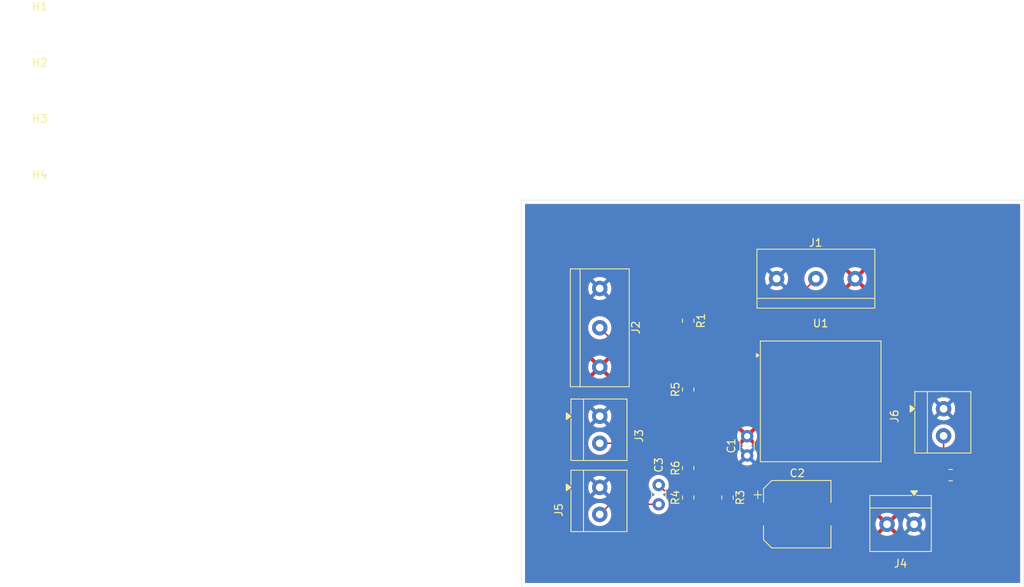
<source format=kicad_pcb>
(kicad_pcb (version 20241229) (generator "pcbnew") (generator_version "9.0")
  (layers (0 "F.Cu" signal) (2 "B.Cu" signal) (13 "F.Paste" user) (15 "B.Paste" user) (5 "F.SilkS" user "F.Silkscreen") (7 "B.SilkS" user "B.Silkscreen") (1 "F.Mask" user) (3 "B.Mask" user) (25 "Edge.Cuts" user))
  (net 0 "")
  (net 1 "GND")
  (net 2 "+5V")
  (net 3 "Net-(C3-Pad2)")
  (net 4 "Net-(J5-Pin_2)")
  (net 5 "Net-(J1-Pin_2)")
  (net 6 "/GPIO26")
  (net 7 "/GPIO27")
  (net 8 "Net-(J6-Pin_2)")
  (net 9 "/GPIO25")
  (net 10 "+3.3V")
  (net 11 "/GPIO33")
  (net 34 "/GPIO233")
  (footprint "ESP32_Custom_Footprints:MountingHole_3.2mm_M3_ISO7380" (layer "F.Cu") (at 33.02 47.52)
    (property "Reference" "H4" (at 0 -3.8 0) (layer "F.SilkS"))
    (property "Value" "MountingHole")
    (pad "" np_thru_hole circle (at 0 0) (size 3.2 3.2) (drill 3.2) (layers "*.Cu" "*.Mask"))
  )
  (footprint "Capacitor_SMD:CP_Elec_8x10.5" (layer "F.Cu") (at 130.94 87.6)
    (property "Reference" "C2" (at 0 -5.3 0) (layer "F.SilkS"))
    (property "Value" "1000µF C_Polarized")
    (fp_line (start -5.6 -2.51) (end -4.6 -2.51) (stroke (width 0.12)) (layer "F.SilkS"))
    (fp_line (start -5.1 -3.01) (end -5.1 -2.01) (stroke (width 0.12)) (layer "F.SilkS"))
    (fp_line (start -4.36 -3.295563) (end -4.36 -1.51) (stroke (width 0.12)) (layer "F.SilkS"))
    (fp_line (start -4.36 -3.295563) (end -3.295563 -4.36) (stroke (width 0.12)) (layer "F.SilkS"))
    (fp_line (start -4.36 3.295563) (end -4.36 1.51) (stroke (width 0.12)) (layer "F.SilkS"))
    (fp_line (start -4.36 3.295563) (end -3.295563 4.36) (stroke (width 0.12)) (layer "F.SilkS"))
    (fp_line (start -3.295563 -4.36) (end 4.36 -4.36) (stroke (width 0.12)) (layer "F.SilkS"))
    (fp_line (start -3.295563 4.36) (end 4.36 4.36) (stroke (width 0.12)) (layer "F.SilkS"))
    (fp_line (start 4.36 -4.36) (end 4.36 -1.51) (stroke (width 0.12)) (layer "F.SilkS"))
    (fp_line (start 4.36 4.36) (end 4.36 1.51) (stroke (width 0.12)) (layer "F.SilkS"))
    (pad "1" smd roundrect (at -3.7 0) (size 4.4 2.5) (layers "F.Cu" "F.Mask" "F.Paste") (roundrect_rratio 0.1) (net 1 "GND"))
    (pad "2" smd roundrect (at 3.7 0) (size 4.4 2.5) (layers "F.Cu" "F.Mask" "F.Paste") (roundrect_rratio 0.1) (net 2 "+5V"))
  )
  (footprint "ESP32_Custom_Footprints:MountingHole_3.2mm_M3_ISO7380" (layer "F.Cu") (at 33.02 33.02)
    (property "Reference" "H2" (at 0 -3.8 0) (layer "F.SilkS"))
    (property "Value" "MountingHole")
    (pad "" np_thru_hole circle (at 0 0) (size 3.2 3.2) (drill 3.2) (layers "*.Cu" "*.Mask"))
  )
  (footprint "Resistor_SMD:R_0805_2012Metric" (layer "F.Cu") (at 150.7725 82.55)
    (property "Reference" "R2" (hide yes))
    (property "Value" "220Ω")
    (fp_line (start -0.227064 -0.735) (end 0.227064 -0.735) (stroke (width 0.12)) (layer "F.SilkS"))
    (fp_line (start -0.227064 0.735) (end 0.227064 0.735) (stroke (width 0.12)) (layer "F.SilkS"))
    (pad "1" smd roundrect (at -0.9125 0) (size 1.025 1.4) (layers "F.Cu" "F.Mask" "F.Paste") (roundrect_rratio 0.243902) (net 8 "Net-(J6-Pin_2)"))
    (pad "2" smd roundrect (at 0.9125 0) (size 1.025 1.4) (layers "F.Cu" "F.Mask" "F.Paste") (roundrect_rratio 0.243902) (net 2 "+5V"))
  )
  (footprint "TerminalBlock_4Ucon:TerminalBlock_4Ucon_1x02_P3.50mm_Horizontal" (layer "F.Cu") (at 146.05 88.9 180)
    (property "Reference" "J4" (at 1.75 -5.08 0) (layer "F.SilkS"))
    (property "Value" "Power Input Terminal")
    (fp_line (start 5.72 -3.52) (end 5.72 3.72) (stroke (width 0.12)) (layer "F.SilkS"))
    (fp_line (start 0.3 3.72) (end 5.72 3.72) (stroke (width 0.12)) (layer "F.SilkS"))
    (fp_line (start -2.22 3.72) (end -0.3 3.72) (stroke (width 0.12)) (layer "F.SilkS"))
    (fp_line (start -2.22 2.1) (end 5.72 2.1) (stroke (width 0.12)) (layer "F.SilkS"))
    (fp_line (start -2.22 -3.52) (end 5.72 -3.52) (stroke (width 0.12)) (layer "F.SilkS"))
    (fp_line (start -2.22 -3.52) (end -2.22 3.72) (stroke (width 0.12)) (layer "F.SilkS"))
    (fp_poly (pts (xy 0 3.72) (xy 0.44 4.33) (xy -0.44 4.33)) (stroke (width 0.12)) (fill yes) (layer "F.SilkS"))
    (pad "1" thru_hole circle (at 0 0 180) (size 2 2) (drill 1) (layers "*.Cu" "*.Mask") (net 1 "GND"))
    (pad "2" thru_hole circle (at 3.5 0 180) (size 2 2) (drill 1) (layers "*.Cu" "*.Mask") (net 2 "+5V"))
  )
  (footprint "ESP32_Custom_Footprints:C_Disc_D3.0mm_W1.6mm_P2.50mm" (layer "F.Cu") (at 113.03 86.32 90)
    (property "Reference" "C3" (at 5.08 0 90) (layer "F.SilkS"))
    (property "Value" "0.1µF" (hide yes))
    (fp_line (start 0.485 -0.92) (end 2.015 -0.92) (stroke (width 0.12)) (layer "F.SilkS"))
    (fp_line (start 0.485 0.92) (end 2.015 0.92) (stroke (width 0.12)) (layer "F.SilkS"))
    (pad "1" thru_hole circle (at 0 0 90) (size 1.6 1.6) (drill 0.8) (layers "*.Cu" "*.Mask") (net 4 "Net-(J5-Pin_2)"))
    (pad "2" thru_hole circle (at 2.5 0 90) (size 1.6 1.6) (drill 0.8) (layers "*.Cu" "*.Mask") (net 3 "Net-(C3-Pad2)"))
  )
  (footprint "Resistor_SMD:R_0805_2012Metric" (layer "F.Cu") (at 116.84 62.5875 -90)
    (property "Reference" "R1" (at 0 -1.65 90) (layer "F.SilkS"))
    (property "Value" "300Ω")
    (fp_line (start -0.227064 0.735) (end 0.227064 0.735) (stroke (width 0.12)) (layer "F.SilkS"))
    (fp_line (start -0.227064 -0.735) (end 0.227064 -0.735) (stroke (width 0.12)) (layer "F.SilkS"))
    (pad "1" smd roundrect (at -0.9125 0 270) (size 1.025 1.4) (layers "F.Cu" "F.Mask" "F.Paste") (roundrect_rratio 0.243902) (net 5 "Net-(J1-Pin_2)"))
    (pad "2" smd roundrect (at 0.9125 0 270) (size 1.025 1.4) (layers "F.Cu" "F.Mask" "F.Paste") (roundrect_rratio 0.243902) (net 34 "/GPIO233"))
  )
  (footprint "ESP32_Custom_Footprints:TerminalBlock_bornier-3_P5.08mm" (layer "F.Cu") (at 128.27 57.15)
    (property "Reference" "J1" (at 5.05 -4.65 0) (layer "F.SilkS"))
    (property "Value" "RGB_LED Terminal")
    (fp_line (start -2.54 -3.81) (end 12.7 -3.81) (stroke (width 0.12)) (layer "F.SilkS"))
    (fp_line (start -2.54 2.54) (end 12.7 2.54) (stroke (width 0.12)) (layer "F.SilkS"))
    (fp_line (start -2.54 3.81) (end -2.54 -3.81) (stroke (width 0.12)) (layer "F.SilkS"))
    (fp_line (start -2.54 3.81) (end 12.7 3.81) (stroke (width 0.12)) (layer "F.SilkS"))
    (fp_line (start 12.7 3.81) (end 12.7 -3.81) (stroke (width 0.12)) (layer "F.SilkS"))
    (pad "1" thru_hole circle (at 0 0) (size 2 2) (drill 1) (layers "*.Cu" "*.Mask") (net 1 "GND"))
    (pad "2" thru_hole circle (at 5.08 0) (size 2 2) (drill 1) (layers "*.Cu" "*.Mask") (net 5 "Net-(J1-Pin_2)"))
    (pad "3" thru_hole circle (at 10.16 0) (size 2 2) (drill 1) (layers "*.Cu" "*.Mask") (net 2 "+5V"))
  )
  (footprint "RF_Module:ESP32-S2-MINI-1U" (layer "F.Cu") (at 133.97 73.01)
    (property "Reference" "U1" (at 0 -10.09 0) (layer "F.SilkS"))
    (property "Value" "ESP32-S3-MINI-1U")
    (fp_line (start -7.8 -7.8) (end 7.8 -7.8) (stroke (width 0.12)) (layer "F.SilkS"))
    (fp_line (start -7.8 7.8) (end -7.8 -7.8) (stroke (width 0.12)) (layer "F.SilkS"))
    (fp_line (start 7.8 -7.8) (end 7.8 7.8) (stroke (width 0.12)) (layer "F.SilkS"))
    (fp_line (start 7.8 7.8) (end -7.8 7.8) (stroke (width 0.12)) (layer "F.SilkS"))
    (fp_poly (pts (xy -7.975 -5.95) (xy -8.311 -5.71) (xy -8.311 -6.19) (xy -7.975 -5.95)) (stroke (width 0.12)) (fill yes) (layer "F.SilkS"))
    (pad "1" smd rect (at -7 -5.95) (size 0.8 0.4) (layers "F.Cu" "F.Mask" "F.Paste"))
    (pad "2" smd rect (at -7 -5.1) (size 0.8 0.4) (layers "F.Cu" "F.Mask" "F.Paste"))
    (pad "3" smd rect (at -7 -4.25) (size 0.8 0.4) (layers "F.Cu" "F.Mask" "F.Paste"))
    (pad "4" smd rect (at -7 -3.4) (size 0.8 0.4) (layers "F.Cu" "F.Mask" "F.Paste"))
    (pad "5" smd rect (at -7 -2.55) (size 0.8 0.4) (layers "F.Cu" "F.Mask" "F.Paste"))
    (pad "6" smd rect (at -7 -1.7) (size 0.8 0.4) (layers "F.Cu" "F.Mask" "F.Paste"))
    (pad "7" smd rect (at -7 -0.85) (size 0.8 0.4) (layers "F.Cu" "F.Mask" "F.Paste") (net 11 "/GPIO33"))
    (pad "8" smd rect (at -7 0) (size 0.8 0.4) (layers "F.Cu" "F.Mask" "F.Paste") (net 9 "/GPIO25"))
    (pad "9" smd rect (at -7 0.85) (size 0.8 0.4) (layers "F.Cu" "F.Mask" "F.Paste") (net 6 "/GPIO26"))
    (pad "10" smd rect (at -7 1.7) (size 0.8 0.4) (layers "F.Cu" "F.Mask" "F.Paste") (net 7 "/GPIO27"))
    (pad "11" smd rect (at -7 2.55) (size 0.8 0.4) (layers "F.Cu" "F.Mask" "F.Paste"))
    (pad "12" smd rect (at -7 3.4) (size 0.8 0.4) (layers "F.Cu" "F.Mask" "F.Paste"))
    (pad "13" smd rect (at -7 4.25) (size 0.8 0.4) (layers "F.Cu" "F.Mask" "F.Paste"))
    (pad "14" smd rect (at -7 5.1) (size 0.8 0.4) (layers "F.Cu" "F.Mask" "F.Paste") (net 1 "GND"))
    (pad "15" smd rect (at -7 5.95) (size 0.8 0.4) (layers "F.Cu" "F.Mask" "F.Paste") (net 2 "+5V"))
    (pad "16" smd rect (at -5.95 7 90) (size 0.8 0.4) (layers "F.Cu" "F.Mask" "F.Paste"))
    (pad "17" smd rect (at -5.1 7 90) (size 0.8 0.4) (layers "F.Cu" "F.Mask" "F.Paste"))
    (pad "18" smd rect (at -4.25 7 90) (size 0.8 0.4) (layers "F.Cu" "F.Mask" "F.Paste"))
    (pad "19" smd rect (at -3.4 7 90) (size 0.8 0.4) (layers "F.Cu" "F.Mask" "F.Paste"))
    (pad "20" smd rect (at -2.55 7 90) (size 0.8 0.4) (layers "F.Cu" "F.Mask" "F.Paste"))
    (pad "21" smd rect (at -1.7 7 90) (size 0.8 0.4) (layers "F.Cu" "F.Mask" "F.Paste"))
    (pad "22" smd rect (at -0.85 7 90) (size 0.8 0.4) (layers "F.Cu" "F.Mask" "F.Paste"))
    (pad "23" smd rect (at 0 7 90) (size 0.8 0.4) (layers "F.Cu" "F.Mask" "F.Paste"))
    (pad "24" smd rect (at 0.85 7 90) (size 0.8 0.4) (layers "F.Cu" "F.Mask" "F.Paste"))
    (pad "25" smd rect (at 1.7 7 90) (size 0.8 0.4) (layers "F.Cu" "F.Mask" "F.Paste"))
    (pad "26" smd rect (at 2.55 7 90) (size 0.8 0.4) (layers "F.Cu" "F.Mask" "F.Paste"))
    (pad "27" smd rect (at 3.4 7 90) (size 0.8 0.4) (layers "F.Cu" "F.Mask" "F.Paste"))
    (pad "28" smd rect (at 4.25 7 90) (size 0.8 0.4) (layers "F.Cu" "F.Mask" "F.Paste"))
    (pad "29" smd rect (at 5.1 7 90) (size 0.8 0.4) (layers "F.Cu" "F.Mask" "F.Paste") (net 1 "GND"))
    (pad "30" smd rect (at 5.95 7 90) (size 0.8 0.4) (layers "F.Cu" "F.Mask" "F.Paste") (net 10 "+3.3V"))
    (pad "31" smd rect (at 7 5.95) (size 0.8 0.4) (layers "F.Cu" "F.Mask" "F.Paste"))
    (pad "32" smd rect (at 7 5.1) (size 0.8 0.4) (layers "F.Cu" "F.Mask" "F.Paste"))
    (pad "33" smd rect (at 7 4.25) (size 0.8 0.4) (layers "F.Cu" "F.Mask" "F.Paste"))
    (pad "34" smd rect (at 7 3.4) (size 0.8 0.4) (layers "F.Cu" "F.Mask" "F.Paste"))
    (pad "35" smd rect (at 7 2.55) (size 0.8 0.4) (layers "F.Cu" "F.Mask" "F.Paste"))
    (pad "36" smd rect (at 7 1.7) (size 0.8 0.4) (layers "F.Cu" "F.Mask" "F.Paste"))
    (pad "37" smd rect (at 7 0.85) (size 0.8 0.4) (layers "F.Cu" "F.Mask" "F.Paste"))
    (pad "38" smd rect (at 7 0) (size 0.8 0.4) (layers "F.Cu" "F.Mask" "F.Paste"))
    (pad "39" smd rect (at 7 -0.85) (size 0.8 0.4) (layers "F.Cu" "F.Mask" "F.Paste"))
    (pad "40" smd rect (at 7 -1.7) (size 0.8 0.4) (layers "F.Cu" "F.Mask" "F.Paste"))
    (pad "41" smd rect (at 7 -2.55) (size 0.8 0.4) (layers "F.Cu" "F.Mask" "F.Paste"))
    (pad "42" smd rect (at 7 -3.4) (size 0.8 0.4) (layers "F.Cu" "F.Mask" "F.Paste"))
    (pad "43" smd rect (at 7 -4.25) (size 0.8 0.4) (layers "F.Cu" "F.Mask" "F.Paste"))
    (pad "44" smd rect (at 7 -5.1) (size 0.8 0.4) (layers "F.Cu" "F.Mask" "F.Paste"))
    (pad "45" smd rect (at 7 -5.95) (size 0.8 0.4) (layers "F.Cu" "F.Mask" "F.Paste"))
    (pad "46" smd rect (at 5.95 -7 90) (size 0.8 0.4) (layers "F.Cu" "F.Mask" "F.Paste"))
    (pad "47" smd rect (at 5.1 -7 90) (size 0.8 0.4) (layers "F.Cu" "F.Mask" "F.Paste"))
    (pad "48" smd rect (at 4.25 -7 90) (size 0.8 0.4) (layers "F.Cu" "F.Mask" "F.Paste"))
    (pad "49" smd rect (at 3.4 -7 90) (size 0.8 0.4) (layers "F.Cu" "F.Mask" "F.Paste"))
    (pad "50" smd rect (at 2.55 -7 90) (size 0.8 0.4) (layers "F.Cu" "F.Mask" "F.Paste"))
    (pad "51" smd rect (at 1.7 -7 90) (size 0.8 0.4) (layers "F.Cu" "F.Mask" "F.Paste"))
    (pad "52" smd rect (at 0.85 -7 90) (size 0.8 0.4) (layers "F.Cu" "F.Mask" "F.Paste"))
    (pad "53" smd rect (at 0 -7 90) (size 0.8 0.4) (layers "F.Cu" "F.Mask" "F.Paste"))
    (pad "54" smd rect (at -0.85 -7 90) (size 0.8 0.4) (layers "F.Cu" "F.Mask" "F.Paste"))
    (pad "55" smd rect (at -1.7 -7 90) (size 0.8 0.4) (layers "F.Cu" "F.Mask" "F.Paste"))
    (pad "56" smd rect (at -2.55 -7 90) (size 0.8 0.4) (layers "F.Cu" "F.Mask" "F.Paste"))
    (pad "57" smd rect (at -3.4 -7 90) (size 0.8 0.4) (layers "F.Cu" "F.Mask" "F.Paste"))
    (pad "58" smd rect (at -4.25 -7 90) (size 0.8 0.4) (layers "F.Cu" "F.Mask" "F.Paste"))
    (pad "59" smd rect (at -5.1 -7 90) (size 0.8 0.4) (layers "F.Cu" "F.Mask" "F.Paste"))
    (pad "60" smd rect (at -5.95 -7 90) (size 0.8 0.4) (layers "F.Cu" "F.Mask" "F.Paste"))
    (pad "61" smd roundrect (at -1.65 -1.65) (size 1.2 1.2) (property pad_prop_heatsink) (layers "F.Cu" "F.Mask" "F.Paste") (roundrect_rratio 0) (chamfer_ratio 0.33) (chamfer top_left))
    (pad "61" smd rect (at -1.65 0) (size 1.2 1.2) (property pad_prop_heatsink) (layers "F.Cu" "F.Mask" "F.Paste"))
    (pad "61" smd rect (at -1.65 1.65) (size 1.2 1.2) (property pad_prop_heatsink) (layers "F.Cu" "F.Mask" "F.Paste"))
    (pad "61" smd rect (at 0 -1.65) (size 1.2 1.2) (property pad_prop_heatsink) (layers "F.Cu" "F.Mask" "F.Paste"))
    (pad "61" smd rect (at 0 0) (size 1.2 1.2) (property pad_prop_heatsink) (layers "F.Cu" "F.Mask" "F.Paste"))
    (pad "61" smd rect (at 0 1.65) (size 1.2 1.2) (property pad_prop_heatsink) (layers "F.Cu" "F.Mask" "F.Paste"))
    (pad "61" smd rect (at 1.65 -1.65) (size 1.2 1.2) (property pad_prop_heatsink) (layers "F.Cu" "F.Mask" "F.Paste"))
    (pad "61" smd rect (at 1.65 0) (size 1.2 1.2) (property pad_prop_heatsink) (layers "F.Cu" "F.Mask" "F.Paste"))
    (pad "61" smd rect (at 1.65 1.65) (size 1.2 1.2) (property pad_prop_heatsink) (layers "F.Cu" "F.Mask" "F.Paste"))
    (pad "62" smd rect (at -7 -7) (size 0.8 0.8) (layers "F.Cu" "F.Mask" "F.Paste"))
    (pad "63" smd rect (at -7 7) (size 0.8 0.8) (layers "F.Cu" "F.Mask" "F.Paste"))
    (pad "64" smd rect (at 7 7) (size 0.8 0.8) (layers "F.Cu" "F.Mask" "F.Paste"))
    (pad "65" smd rect (at 7 -7) (size 0.8 0.8) (layers "F.Cu" "F.Mask" "F.Paste"))
  )
  (footprint "Resistor_SMD:R_0805_2012Metric" (layer "F.Cu") (at 121.92 85.4475 -90)
    (property "Reference" "R3" (at 0 -1.65 90) (layer "F.SilkS"))
    (property "Value" "10KΩ")
    (fp_line (start -0.227064 0.735) (end 0.227064 0.735) (stroke (width 0.12)) (layer "F.SilkS"))
    (fp_line (start -0.227064 -0.735) (end 0.227064 -0.735) (stroke (width 0.12)) (layer "F.SilkS"))
    (pad "1" smd roundrect (at -0.9125 0 270) (size 1.025 1.4) (layers "F.Cu" "F.Mask" "F.Paste") (roundrect_rratio 0.243902) (net 3 "Net-(C3-Pad2)"))
    (pad "2" smd roundrect (at 0.9125 0 270) (size 1.025 1.4) (layers "F.Cu" "F.Mask" "F.Paste") (roundrect_rratio 0.243902) (net 10 "+3.3V"))
  )
  (footprint "ESP32_Custom_Footprints:TerminalBlock_bornier-3_P5.08mm" (layer "F.Cu") (at 105.41 58.42 -90)
    (property "Reference" "J2" (at 5.05 -4.65 90) (layer "F.SilkS"))
    (property "Value" "DS18B20 Terminal")
    (fp_line (start -2.54 3.81) (end 12.7 3.81) (stroke (width 0.12)) (layer "F.SilkS"))
    (fp_line (start -2.54 3.81) (end -2.54 -3.81) (stroke (width 0.12)) (layer "F.SilkS"))
    (fp_line (start 12.7 3.81) (end 12.7 -3.81) (stroke (width 0.12)) (layer "F.SilkS"))
    (fp_line (start -2.54 2.54) (end 12.7 2.54) (stroke (width 0.12)) (layer "F.SilkS"))
    (fp_line (start -2.54 -3.81) (end 12.7 -3.81) (stroke (width 0.12)) (layer "F.SilkS"))
    (pad "1" thru_hole circle (at 0 0 270) (size 2 2) (drill 1) (layers "*.Cu" "*.Mask") (net 1 "GND"))
    (pad "2" thru_hole circle (at 5.08 0 270) (size 2 2) (drill 1) (layers "*.Cu" "*.Mask") (net 9 "/GPIO25"))
    (pad "3" thru_hole circle (at 10.16 0 270) (size 2 2) (drill 1) (layers "*.Cu" "*.Mask") (net 2 "+5V"))
  )
  (footprint "TerminalBlock_4Ucon:TerminalBlock_4Ucon_1x02_P3.50mm_Horizontal" (layer "F.Cu") (at 105.41 84.13 -90)
    (property "Reference" "J5" (at 2.93 5.3 90) (layer "F.SilkS"))
    (property "Value" "SCT 013-020 Terminal")
    (fp_line (start -2.22 3.72) (end -0.3 3.72) (stroke (width 0.12)) (layer "F.SilkS"))
    (fp_line (start 0.3 3.72) (end 5.72 3.72) (stroke (width 0.12)) (layer "F.SilkS"))
    (fp_line (start -2.22 2.1) (end 5.72 2.1) (stroke (width 0.12)) (layer "F.SilkS"))
    (fp_line (start -2.22 -3.52) (end -2.22 3.72) (stroke (width 0.12)) (layer "F.SilkS"))
    (fp_line (start -2.22 -3.52) (end 5.72 -3.52) (stroke (width 0.12)) (layer "F.SilkS"))
    (fp_line (start 5.72 -3.52) (end 5.72 3.72) (stroke (width 0.12)) (layer "F.SilkS"))
    (fp_poly (pts (xy 0 3.72) (xy 0.44 4.33) (xy -0.44 4.33)) (stroke (width 0.12)) (fill yes) (layer "F.SilkS"))
    (pad "1" thru_hole circle (at 0 0 270) (size 2 2) (drill 1) (layers "*.Cu" "*.Mask") (net 1 "GND"))
    (pad "2" thru_hole circle (at 3.5 0 270) (size 2 2) (drill 1) (layers "*.Cu" "*.Mask") (net 4 "Net-(J5-Pin_2)"))
  )
  (footprint "ESP32_Custom_Footprints:MountingHole_3.2mm_M3_ISO7380" (layer "F.Cu") (at 33.02 25.77)
    (property "Reference" "H1" (at 0 -3.8 0) (layer "F.SilkS"))
    (property "Value" "MountingHole")
    (pad "" np_thru_hole circle (at 0 0) (size 3.2 3.2) (drill 3.2) (layers "*.Cu" "*.Mask"))
  )
  (footprint "ESP32_Custom_Footprints:C_Disc_D3.0mm_W1.6mm_P2.50mm" (layer "F.Cu") (at 124.46 80.01 90)
    (property "Reference" "C1" (at 1.25 -2.05 90) (layer "F.SilkS"))
    (property "Value" "0.1µF ")
    (fp_line (start 0.485 -0.92) (end 2.015 -0.92) (stroke (width 0.12)) (layer "F.SilkS"))
    (fp_line (start 0.485 0.92) (end 2.015 0.92) (stroke (width 0.12)) (layer "F.SilkS"))
    (pad "1" thru_hole circle (at 0 0 90) (size 1.6 1.6) (drill 0.8) (layers "*.Cu" "*.Mask") (net 1 "GND"))
    (pad "2" thru_hole circle (at 2.5 0 90) (size 1.6 1.6) (drill 0.8) (layers "*.Cu" "*.Mask") (net 2 "+5V"))
  )
  (footprint "TerminalBlock_4Ucon:TerminalBlock_4Ucon_1x02_P3.50mm_Horizontal" (layer "F.Cu") (at 149.86 73.97 -90)
    (property "Reference" "J6" (at 0.96 6.35 90) (layer "F.SilkS"))
    (property "Value" "Red LED Power Indicator")
    (fp_line (start -2.22 3.72) (end -0.3 3.72) (stroke (width 0.12)) (layer "F.SilkS"))
    (fp_line (start 0.3 3.72) (end 5.72 3.72) (stroke (width 0.12)) (layer "F.SilkS"))
    (fp_line (start -2.22 2.1) (end 5.72 2.1) (stroke (width 0.12)) (layer "F.SilkS"))
    (fp_line (start -2.22 -3.52) (end -2.22 3.72) (stroke (width 0.12)) (layer "F.SilkS"))
    (fp_line (start -2.22 -3.52) (end 5.72 -3.52) (stroke (width 0.12)) (layer "F.SilkS"))
    (fp_line (start 5.72 -3.52) (end 5.72 3.72) (stroke (width 0.12)) (layer "F.SilkS"))
    (fp_poly (pts (xy 0 3.72) (xy 0.44 4.33) (xy -0.44 4.33)) (stroke (width 0.12)) (fill yes) (layer "F.SilkS"))
    (pad "1" thru_hole circle (at 0 0 270) (size 2 2) (drill 1) (layers "*.Cu" "*.Mask") (net 1 "GND"))
    (pad "2" thru_hole circle (at 3.5 0 270) (size 2 2) (drill 1) (layers "*.Cu" "*.Mask") (net 8 "Net-(J6-Pin_2)"))
  )
  (footprint "ESP32_Custom_Footprints:MountingHole_3.2mm_M3_ISO7380" (layer "F.Cu") (at 33.02 40.27)
    (property "Reference" "H3" (at 0 -3.8 0) (layer "F.SilkS"))
    (property "Value" "MountingHole")
    (pad "" np_thru_hole circle (at 0 0) (size 3.2 3.2) (drill 3.2) (layers "*.Cu" "*.Mask"))
  )
  (footprint "Resistor_SMD:R_0805_2012Metric" (layer "F.Cu") (at 116.84 85.4475 90)
    (property "Reference" "R4" (at 0 -1.65 90) (layer "F.SilkS"))
    (property "Value" "10KΩ")
    (fp_line (start -0.227064 -0.735) (end 0.227064 -0.735) (stroke (width 0.12)) (layer "F.SilkS"))
    (fp_line (start -0.227064 0.735) (end 0.227064 0.735) (stroke (width 0.12)) (layer "F.SilkS"))
    (pad "1" smd roundrect (at -0.9125 0 90) (size 1.025 1.4) (layers "F.Cu" "F.Mask" "F.Paste") (roundrect_rratio 0.243902) (net 1 "GND"))
    (pad "2" smd roundrect (at 0.9125 0 90) (size 1.025 1.4) (layers "F.Cu" "F.Mask" "F.Paste") (roundrect_rratio 0.243902) (net 3 "Net-(C3-Pad2)"))
  )
  (footprint "TerminalBlock_4Ucon:TerminalBlock_4Ucon_1x02_P3.50mm_Horizontal" (layer "F.Cu") (at 105.41 74.93 -90)
    (property "Reference" "J3" (at 2.54 -5.08 90) (layer "F.SilkS"))
    (property "Value" "SSR_25DA_Terminal")
    (fp_line (start -2.22 3.72) (end -0.3 3.72) (stroke (width 0.12)) (layer "F.SilkS"))
    (fp_line (start 0.3 3.72) (end 5.72 3.72) (stroke (width 0.12)) (layer "F.SilkS"))
    (fp_line (start -2.22 2.1) (end 5.72 2.1) (stroke (width 0.12)) (layer "F.SilkS"))
    (fp_line (start -2.22 -3.52) (end -2.22 3.72) (stroke (width 0.12)) (layer "F.SilkS"))
    (fp_line (start -2.22 -3.52) (end 5.72 -3.52) (stroke (width 0.12)) (layer "F.SilkS"))
    (fp_line (start 5.72 -3.52) (end 5.72 3.72) (stroke (width 0.12)) (layer "F.SilkS"))
    (fp_poly (pts (xy 0 3.72) (xy 0.44 4.33) (xy -0.44 4.33)) (stroke (width 0.12)) (fill yes) (layer "F.SilkS"))
    (pad "1" thru_hole circle (at 0 0 270) (size 2 2) (drill 1) (layers "*.Cu" "*.Mask") (net 1 "GND"))
    (pad "2" thru_hole circle (at 3.5 0 270) (size 2 2) (drill 1) (layers "*.Cu" "*.Mask") (net 6 "/GPIO26"))
  )
  (footprint "Resistor_SMD:R_0805_2012Metric" (layer "F.Cu") (at 116.84 71.4775 90)
    (property "Reference" "R5" (at 0 -1.65 90) (layer "F.SilkS"))
    (property "Value" "4.7KΩ")
    (fp_line (start -0.227064 -0.735) (end 0.227064 -0.735) (stroke (width 0.12)) (layer "F.SilkS"))
    (fp_line (start -0.227064 0.735) (end 0.227064 0.735) (stroke (width 0.12)) (layer "F.SilkS"))
    (pad "1" smd roundrect (at -0.9125 0 90) (size 1.025 1.4) (layers "F.Cu" "F.Mask" "F.Paste") (roundrect_rratio 0.243902) (net 9 "/GPIO25"))
    (pad "2" smd roundrect (at 0.9125 0 90) (size 1.025 1.4) (layers "F.Cu" "F.Mask" "F.Paste") (roundrect_rratio 0.243902) (net 2 "+5V"))
  )
  (footprint "Resistor_SMD:R_0805_2012Metric" (layer "F.Cu") (at 116.84 81.6375 90)
    (property "Reference" "R6" (at 0 -1.65 90) (layer "F.SilkS"))
    (property "Value" "220Ω")
    (fp_line (start -0.227064 -0.735) (end 0.227064 -0.735) (stroke (width 0.12)) (layer "F.SilkS"))
    (fp_line (start -0.227064 0.735) (end 0.227064 0.735) (stroke (width 0.12)) (layer "F.SilkS"))
    (pad "1" smd roundrect (at -0.9125 0 90) (size 1.025 1.4) (layers "F.Cu" "F.Mask" "F.Paste") (roundrect_rratio 0.243902) (net 3 "Net-(C3-Pad2)"))
    (pad "2" smd roundrect (at 0.9125 0 90) (size 1.025 1.4) (layers "F.Cu" "F.Mask" "F.Paste") (roundrect_rratio 0.243902) (net 7 "/GPIO27"))
  )
  (gr_rect (start 95.25 46.99) (end 160.25 96.99) (stroke (width 0.05)) (fill no) (layer "Edge.Cuts"))
  (segment (start 144.96 93.61) (end 144.96 89.99) (width 0.2) (layer "F.Cu") (net 1))
  (segment (start 129.59 87.6) (end 135.6 93.61) (width 0.2) (layer "F.Cu") (net 1))
  (segment (start 144.96 89.99) (end 146.05 88.9) (width 0.2) (layer "F.Cu") (net 1))
  (segment (start 127.24 87.6) (end 129.59 87.6) (width 0.2) (layer "F.Cu") (net 1))
  (segment (start 135.6 93.61) (end 144.96 93.61) (width 0.2) (layer "F.Cu") (net 1))
  (segment (start 116.84 84.535) (end 113.745 84.535) (width 0.2) (layer "F.Cu") (net 3))
  (segment (start 116.84 84.535) (end 121.92 84.535) (width 0.2) (layer "F.Cu") (net 3))
  (segment (start 113.745 84.535) (end 113.03 83.82) (width 0.2) (layer "F.Cu") (net 3))
  (segment (start 116.84 82.55) (end 116.84 84.535) (width 0.2) (layer "F.Cu") (net 3))
  (segment (start 105.41 87.63) (end 106.72 86.32) (width 0.2) (layer "F.Cu") (net 4))
  (segment (start 106.72 86.32) (end 113.03 86.32) (width 0.2) (layer "F.Cu") (net 4))
  (segment (start 133.35 57.15) (end 128.825 61.675) (width 0.2) (layer "F.Cu") (net 5))
  (segment (start 128.825 61.675) (end 116.84 61.675) (width 0.2) (layer "F.Cu") (net 5))
  (segment (start 105.41 78.43) (end 114.8 78.43) (width 0.2) (layer "F.Cu") (net 6))
  (segment (start 119.37 73.86) (end 126.97 73.86) (width 0.2) (layer "F.Cu") (net 6))
  (segment (start 114.8 78.43) (end 119.37 73.86) (width 0.2) (layer "F.Cu") (net 6))
  (segment (start 120.94 74.71) (end 126.97 74.71) (width 0.2) (layer "F.Cu") (net 7))
  (segment (start 116.84 78.81) (end 120.94 74.71) (width 0.2) (layer "F.Cu") (net 7))
  (segment (start 116.84 80.725) (end 116.84 78.81) (width 0.2) (layer "F.Cu") (net 7))
  (segment (start 149.86 77.47) (end 149.86 82.55) (width 0.2) (layer "F.Cu") (net 8))
  (segment (start 116.84 72.39) (end 117.46 73.01) (width 0.2) (layer "F.Cu") (net 9))
  (segment (start 117.46 73.01) (end 126.97 73.01) (width 0.2) (layer "F.Cu") (net 9))
  (segment (start 114.3 72.39) (end 116.84 72.39) (width 0.2) (layer "F.Cu") (net 9))
  (segment (start 105.41 63.5) (end 114.3 72.39) (width 0.2) (layer "F.Cu") (net 9))
  (segment (start 124.46 85.09) (end 124.46 82.55) (width 0.2) (layer "F.Cu") (net 10))
  (segment (start 138.43 82.55) (end 139.92 81.06) (width 0.2) (layer "F.Cu") (net 10))
  (segment (start 124.46 82.55) (end 138.43 82.55) (width 0.2) (layer "F.Cu") (net 10))
  (segment (start 123.19 86.36) (end 124.46 85.09) (width 0.2) (layer "F.Cu") (net 10))
  (segment (start 139.92 81.06) (end 139.92 80.01) (width 0.2) (layer "F.Cu") (net 10))
  (segment (start 121.92 86.36) (end 123.19 86.36) (width 0.2) (layer "F.Cu") (net 10))
  (zone (net 2) (net_name "+5V") (layer "F.Cu") (connect_pads (clearance 0.5)) (min_thickness 0.25) (fill yes (thermal_gap 0.5) (thermal_bridge_width 0.5))
    (polygon (pts (xy 95.25 46.99) (xy 160.25 46.99) (xy 160.27 47.01) (xy 160.27 97.01) (xy 95.24 97.01) (xy 95.23 97) (xy 95.23 47.01)))
  )
  (zone (net 1) (net_name "GND") (layer "B.Cu") (priority 1) (connect_pads (clearance 0.5)) (min_thickness 0.25) (fill yes (thermal_gap 0.5) (thermal_bridge_width 0.5))
    (polygon (pts (xy 95.25 47.01) (xy 160.26 47.01) (xy 160.26 96.88) (xy 160.15 96.99) (xy 95.24 96.99) (xy 95.23 96.98) (xy 95.23 46.98) (xy 95.25 46.96)))
  )
)
</source>
